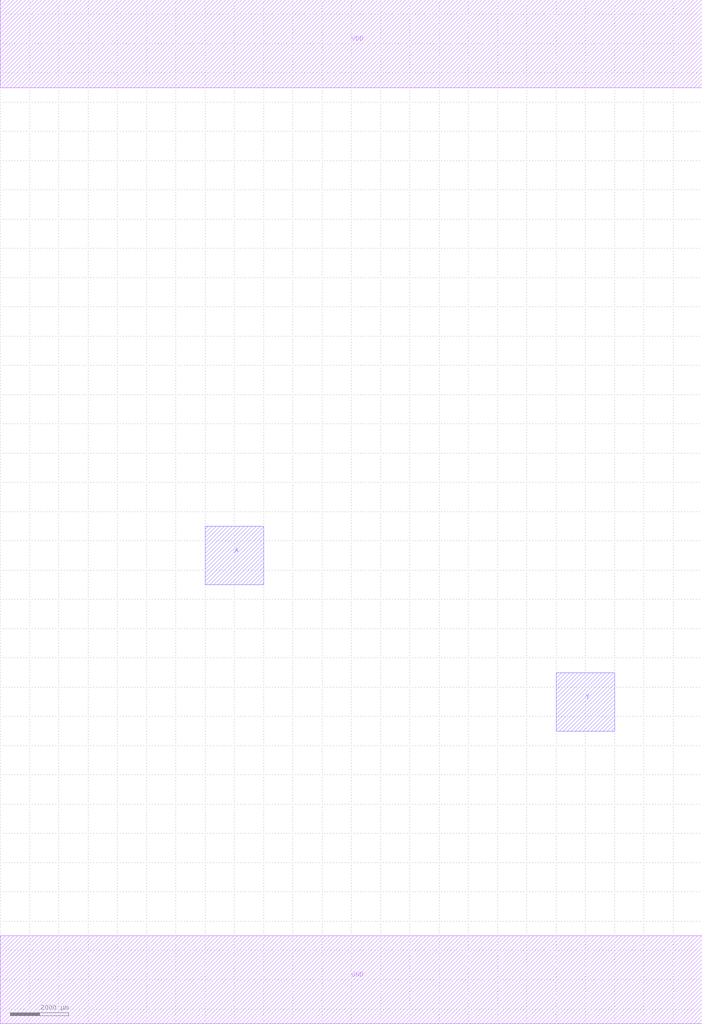
<source format=lef>
MACRO BUFX2
 CLASS CORE ;
 ORIGIN 0 0 ;
 FOREIGN BUFX2 0 0 ;
 SITE CORE ;
 SYMMETRY X Y R90 ;
  PIN VDD
   DIRECTION INOUT ;
   USE SIGNAL ;
   SHAPE ABUTMENT ;
    PORT
     CLASS CORE ;
       LAYER metal1 ;
        RECT 0.00000000 30500.00000000 24000.00000000 33500.00000000 ;
    END
  END VDD

  PIN GND
   DIRECTION INOUT ;
   USE SIGNAL ;
   SHAPE ABUTMENT ;
    PORT
     CLASS CORE ;
       LAYER metal1 ;
        RECT 0.00000000 -1500.00000000 24000.00000000 1500.00000000 ;
    END
  END GND

  PIN A
   DIRECTION INOUT ;
   USE SIGNAL ;
   SHAPE ABUTMENT ;
    PORT
     CLASS CORE ;
       LAYER metal2 ;
        RECT 7000.00000000 13500.00000000 9000.00000000 15500.00000000 ;
    END
  END A

  PIN Y
   DIRECTION INOUT ;
   USE SIGNAL ;
   SHAPE ABUTMENT ;
    PORT
     CLASS CORE ;
       LAYER metal2 ;
        RECT 19000.00000000 8500.00000000 21000.00000000 10500.00000000 ;
    END
  END Y


END BUFX2

</source>
